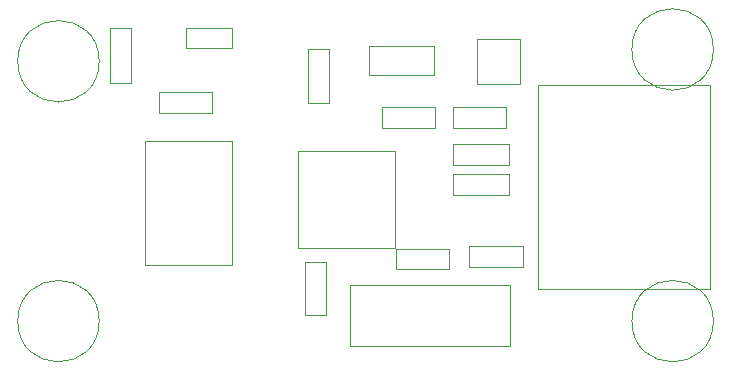
<source format=gbr>
G04 #@! TF.FileFunction,Other,User*
%FSLAX46Y46*%
G04 Gerber Fmt 4.6, Leading zero omitted, Abs format (unit mm)*
G04 Created by KiCad (PCBNEW 4.0.6) date 06/06/17 10:00:33*
%MOMM*%
%LPD*%
G01*
G04 APERTURE LIST*
%ADD10C,0.100000*%
%ADD11C,0.050000*%
G04 APERTURE END LIST*
D10*
D11*
X153000000Y-107400000D02*
X153000000Y-102200000D01*
X153000000Y-102200000D02*
X139400000Y-102200000D01*
X139400000Y-102200000D02*
X139400000Y-107400000D01*
X139400000Y-107400000D02*
X153000000Y-107400000D01*
X143350000Y-99120000D02*
X147850000Y-99120000D01*
X143350000Y-99120000D02*
X143350000Y-100870000D01*
X147850000Y-100870000D02*
X147850000Y-99120000D01*
X147850000Y-100870000D02*
X143350000Y-100870000D01*
X149550000Y-98920000D02*
X154050000Y-98920000D01*
X149550000Y-98920000D02*
X149550000Y-100670000D01*
X154050000Y-100670000D02*
X154050000Y-98920000D01*
X154050000Y-100670000D02*
X149550000Y-100670000D01*
X137380000Y-100250000D02*
X137380000Y-104750000D01*
X137380000Y-100250000D02*
X135630000Y-100250000D01*
X135630000Y-104750000D02*
X137380000Y-104750000D01*
X135630000Y-104750000D02*
X135630000Y-100250000D01*
X146650000Y-88880000D02*
X142150000Y-88880000D01*
X146650000Y-88880000D02*
X146650000Y-87130000D01*
X142150000Y-87130000D02*
X142150000Y-88880000D01*
X142150000Y-87130000D02*
X146650000Y-87130000D01*
X148150000Y-87120000D02*
X152650000Y-87120000D01*
X148150000Y-87120000D02*
X148150000Y-88870000D01*
X152650000Y-88870000D02*
X152650000Y-87120000D01*
X152650000Y-88870000D02*
X148150000Y-88870000D01*
X137630000Y-82250000D02*
X137630000Y-86750000D01*
X137630000Y-82250000D02*
X135880000Y-82250000D01*
X135880000Y-86750000D02*
X137630000Y-86750000D01*
X135880000Y-86750000D02*
X135880000Y-82250000D01*
X127750000Y-87630000D02*
X123250000Y-87630000D01*
X127750000Y-87630000D02*
X127750000Y-85880000D01*
X123250000Y-85880000D02*
X123250000Y-87630000D01*
X123250000Y-85880000D02*
X127750000Y-85880000D01*
X125550000Y-82100000D02*
X125550000Y-80400000D01*
X125550000Y-80400000D02*
X129450000Y-80400000D01*
X129450000Y-80400000D02*
X129450000Y-82100000D01*
X129450000Y-82100000D02*
X125550000Y-82100000D01*
X169950000Y-102550000D02*
X155350000Y-102550000D01*
X155350000Y-85300000D02*
X169950000Y-85300000D01*
X169950000Y-102550000D02*
X169950000Y-85300000D01*
X155350000Y-102550000D02*
X155350000Y-85300000D01*
X148190000Y-90250000D02*
X152890000Y-90250000D01*
X148190000Y-90250000D02*
X148190000Y-92050000D01*
X152890000Y-92050000D02*
X152890000Y-90250000D01*
X152890000Y-92050000D02*
X148190000Y-92050000D01*
X148190000Y-92790000D02*
X152890000Y-92790000D01*
X148190000Y-92790000D02*
X148190000Y-94590000D01*
X152890000Y-94590000D02*
X152890000Y-92790000D01*
X152890000Y-94590000D02*
X148190000Y-94590000D01*
X119100000Y-85100000D02*
X119100000Y-80400000D01*
X119100000Y-85100000D02*
X120900000Y-85100000D01*
X120900000Y-80400000D02*
X119100000Y-80400000D01*
X120900000Y-80400000D02*
X120900000Y-85100000D01*
X122050000Y-90000000D02*
X122050000Y-100500000D01*
X129450000Y-90000000D02*
X129450000Y-100500000D01*
X122050000Y-90000000D02*
X129450000Y-90000000D01*
X122050000Y-100500000D02*
X129450000Y-100500000D01*
X153800000Y-81350000D02*
X153800000Y-85150000D01*
X153800000Y-85150000D02*
X150200000Y-85150000D01*
X150200000Y-85150000D02*
X150200000Y-81350000D01*
X150200000Y-81350000D02*
X153800000Y-81350000D01*
X118200000Y-105250000D02*
G75*
G03X118200000Y-105250000I-3450000J0D01*
G01*
X118200000Y-83250000D02*
G75*
G03X118200000Y-83250000I-3450000J0D01*
G01*
X170200000Y-82250000D02*
G75*
G03X170200000Y-82250000I-3450000J0D01*
G01*
X170200000Y-105250000D02*
G75*
G03X170200000Y-105250000I-3450000J0D01*
G01*
X143210000Y-90860000D02*
X135010000Y-90860000D01*
X143210000Y-99060000D02*
X135010000Y-99060000D01*
X143210000Y-90860000D02*
X143210000Y-99060000D01*
X135010000Y-90860000D02*
X135010000Y-99060000D01*
X141050000Y-82000000D02*
X141050000Y-84400000D01*
X141050000Y-84400000D02*
X146550000Y-84400000D01*
X146550000Y-84400000D02*
X146550000Y-82000000D01*
X146550000Y-82000000D02*
X141050000Y-82000000D01*
M02*

</source>
